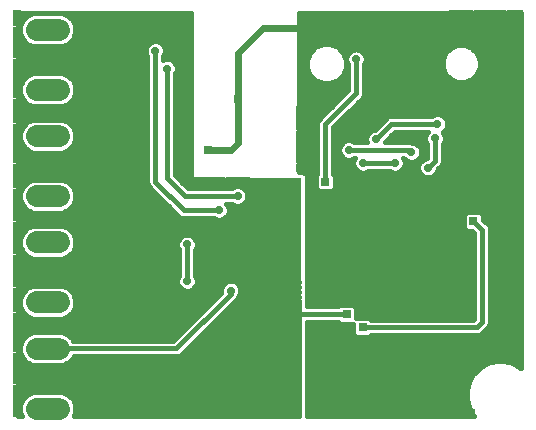
<source format=gbl>
G75*
%MOIN*%
%OFA0B0*%
%FSLAX24Y24*%
%IPPOS*%
%LPD*%
%AMOC8*
5,1,8,0,0,1.08239X$1,22.5*
%
%ADD10C,0.0740*%
%ADD11C,0.0160*%
%ADD12C,0.0280*%
%ADD13C,0.0240*%
%ADD14R,0.0280X0.0280*%
D10*
X001621Y000889D02*
X002361Y000889D01*
X002361Y001889D02*
X001621Y001889D01*
X001621Y002889D02*
X002361Y002889D01*
X002361Y004432D02*
X001621Y004432D01*
X001621Y005432D02*
X002361Y005432D01*
X002361Y006432D02*
X001621Y006432D01*
X001621Y007975D02*
X002361Y007975D01*
X002361Y008975D02*
X001621Y008975D01*
X001621Y009975D02*
X002361Y009975D01*
X002361Y011519D02*
X001621Y011519D01*
X001621Y012519D02*
X002361Y012519D01*
X002361Y013519D02*
X001621Y013519D01*
D11*
X001014Y014070D02*
X001014Y000660D01*
X001120Y000660D01*
X001071Y000779D01*
X001071Y000998D01*
X001155Y001200D01*
X001309Y001355D01*
X001512Y001439D01*
X002470Y001439D01*
X002673Y001355D01*
X002827Y001200D01*
X002911Y000998D01*
X002911Y000779D01*
X002862Y000660D01*
X010372Y000660D01*
X010372Y001173D01*
X010337Y007936D01*
X010337Y008526D01*
X006755Y008526D01*
X006755Y014070D01*
X001014Y014070D01*
X001014Y013970D02*
X001294Y013970D01*
X001309Y013985D02*
X001155Y013830D01*
X001071Y013628D01*
X001071Y013409D01*
X001155Y013207D01*
X001309Y013052D01*
X001512Y012969D01*
X002470Y012969D01*
X002673Y013052D01*
X002827Y013207D01*
X002911Y013409D01*
X002911Y013628D01*
X002827Y013830D01*
X002673Y013985D01*
X002470Y014069D01*
X001512Y014069D01*
X001309Y013985D01*
X001147Y013811D02*
X001014Y013811D01*
X001014Y013653D02*
X001081Y013653D01*
X001071Y013494D02*
X001014Y013494D01*
X001014Y013336D02*
X001102Y013336D01*
X001185Y013177D02*
X001014Y013177D01*
X001014Y013019D02*
X001391Y013019D01*
X001014Y012860D02*
X005254Y012860D01*
X005254Y012881D02*
X005254Y012754D01*
X005302Y012637D01*
X005314Y012625D01*
X005314Y008396D01*
X005353Y008300D01*
X005426Y008227D01*
X006371Y007282D01*
X006467Y007243D01*
X006570Y007243D01*
X007507Y007243D01*
X007518Y007232D01*
X007636Y007183D01*
X007763Y007183D01*
X007881Y007232D01*
X007971Y007322D01*
X008020Y007439D01*
X008020Y007566D01*
X007971Y007684D01*
X007940Y007715D01*
X008137Y007715D01*
X008148Y007704D01*
X008266Y007655D01*
X008393Y007655D01*
X008511Y007704D01*
X008601Y007794D01*
X008650Y007912D01*
X008650Y008039D01*
X008601Y008157D01*
X008511Y008247D01*
X008393Y008295D01*
X008266Y008295D01*
X008148Y008247D01*
X008137Y008235D01*
X006666Y008235D01*
X006227Y008674D01*
X006227Y012035D01*
X006239Y012046D01*
X006287Y012164D01*
X006287Y012291D01*
X006239Y012409D01*
X006149Y012499D01*
X006031Y012547D01*
X005904Y012547D01*
X005834Y012518D01*
X005834Y012625D01*
X005845Y012637D01*
X005894Y012754D01*
X005894Y012881D01*
X005845Y012999D01*
X005755Y013089D01*
X005637Y013138D01*
X005510Y013138D01*
X005392Y013089D01*
X005302Y012999D01*
X005254Y012881D01*
X005322Y013019D02*
X002591Y013019D01*
X002797Y013177D02*
X006755Y013177D01*
X006755Y013019D02*
X005826Y013019D01*
X005894Y012860D02*
X006755Y012860D01*
X006755Y012702D02*
X005872Y012702D01*
X005894Y012543D02*
X005834Y012543D01*
X006041Y012543D02*
X006755Y012543D01*
X006755Y012385D02*
X006249Y012385D01*
X006287Y012226D02*
X006755Y012226D01*
X006755Y012068D02*
X006248Y012068D01*
X006227Y011909D02*
X006755Y011909D01*
X006755Y011751D02*
X006227Y011751D01*
X006227Y011592D02*
X006755Y011592D01*
X006755Y011434D02*
X006227Y011434D01*
X006227Y011275D02*
X006755Y011275D01*
X006755Y011117D02*
X006227Y011117D01*
X006227Y010958D02*
X006755Y010958D01*
X006755Y010800D02*
X006227Y010800D01*
X006227Y010641D02*
X006755Y010641D01*
X006755Y010483D02*
X006227Y010483D01*
X006227Y010324D02*
X006755Y010324D01*
X006755Y010166D02*
X006227Y010166D01*
X006227Y010007D02*
X006755Y010007D01*
X006755Y009849D02*
X006227Y009849D01*
X006227Y009690D02*
X006755Y009690D01*
X006755Y009532D02*
X006227Y009532D01*
X006227Y009373D02*
X006755Y009373D01*
X006755Y009215D02*
X006227Y009215D01*
X006227Y009056D02*
X006755Y009056D01*
X006755Y008898D02*
X006227Y008898D01*
X006227Y008739D02*
X006755Y008739D01*
X006755Y008581D02*
X006320Y008581D01*
X006479Y008422D02*
X010337Y008422D01*
X010337Y008264D02*
X008470Y008264D01*
X008622Y008105D02*
X010337Y008105D01*
X010337Y007947D02*
X008650Y007947D01*
X008595Y007788D02*
X010338Y007788D01*
X010339Y007630D02*
X007994Y007630D01*
X008020Y007471D02*
X010340Y007471D01*
X010341Y007313D02*
X007962Y007313D01*
X007700Y007503D02*
X006519Y007503D01*
X005574Y008448D01*
X005574Y012818D01*
X005275Y012702D02*
X001014Y012702D01*
X001014Y012543D02*
X005314Y012543D01*
X005314Y012385D02*
X001014Y012385D01*
X001014Y012226D02*
X005314Y012226D01*
X005314Y012068D02*
X002473Y012068D01*
X002470Y012069D02*
X001512Y012069D01*
X001309Y011985D01*
X001155Y011830D01*
X001071Y011628D01*
X001071Y011409D01*
X001155Y011207D01*
X001309Y011052D01*
X001512Y010969D01*
X002470Y010969D01*
X002673Y011052D01*
X002827Y011207D01*
X002911Y011409D01*
X002911Y011628D01*
X002827Y011830D01*
X002673Y011985D01*
X002470Y012069D01*
X002748Y011909D02*
X005314Y011909D01*
X005314Y011751D02*
X002860Y011751D01*
X002911Y011592D02*
X005314Y011592D01*
X005314Y011434D02*
X002911Y011434D01*
X002855Y011275D02*
X005314Y011275D01*
X005314Y011117D02*
X002737Y011117D01*
X002470Y010525D02*
X001512Y010525D01*
X001309Y010442D01*
X001155Y010287D01*
X001071Y010085D01*
X001071Y009866D01*
X001155Y009664D01*
X001309Y009509D01*
X001512Y009425D01*
X002470Y009425D01*
X002673Y009509D01*
X002827Y009664D01*
X002911Y009866D01*
X002911Y010085D01*
X002827Y010287D01*
X002673Y010442D01*
X002470Y010525D01*
X002574Y010483D02*
X005314Y010483D01*
X005314Y010641D02*
X001014Y010641D01*
X001014Y010483D02*
X001408Y010483D01*
X001192Y010324D02*
X001014Y010324D01*
X001014Y010166D02*
X001105Y010166D01*
X001071Y010007D02*
X001014Y010007D01*
X001014Y009849D02*
X001078Y009849D01*
X001014Y009690D02*
X001144Y009690D01*
X001014Y009532D02*
X001287Y009532D01*
X001014Y009373D02*
X005314Y009373D01*
X005314Y009215D02*
X001014Y009215D01*
X001014Y009056D02*
X005314Y009056D01*
X005314Y008898D02*
X001014Y008898D01*
X001014Y008739D02*
X005314Y008739D01*
X005314Y008581D02*
X001014Y008581D01*
X001014Y008422D02*
X001290Y008422D01*
X001309Y008442D02*
X001155Y008287D01*
X001071Y008085D01*
X001071Y007866D01*
X001155Y007664D01*
X001309Y007509D01*
X001512Y007425D01*
X002470Y007425D01*
X002673Y007509D01*
X002827Y007664D01*
X002911Y007866D01*
X002911Y008085D01*
X002827Y008287D01*
X002673Y008442D01*
X002470Y008525D01*
X001512Y008525D01*
X001309Y008442D01*
X001145Y008264D02*
X001014Y008264D01*
X001014Y008105D02*
X001079Y008105D01*
X001071Y007947D02*
X001014Y007947D01*
X001014Y007788D02*
X001103Y007788D01*
X001189Y007630D02*
X001014Y007630D01*
X001014Y007471D02*
X001401Y007471D01*
X001014Y007313D02*
X006341Y007313D01*
X006183Y007471D02*
X002581Y007471D01*
X002793Y007630D02*
X006024Y007630D01*
X005866Y007788D02*
X002879Y007788D01*
X002911Y007947D02*
X005707Y007947D01*
X005549Y008105D02*
X002903Y008105D01*
X002837Y008264D02*
X005390Y008264D01*
X005314Y008422D02*
X002692Y008422D01*
X002695Y009532D02*
X005314Y009532D01*
X005314Y009690D02*
X002838Y009690D01*
X002904Y009849D02*
X005314Y009849D01*
X005314Y010007D02*
X002911Y010007D01*
X002878Y010166D02*
X005314Y010166D01*
X005314Y010324D02*
X002790Y010324D01*
X001245Y011117D02*
X001014Y011117D01*
X001014Y011275D02*
X001127Y011275D01*
X001071Y011434D02*
X001014Y011434D01*
X001014Y011592D02*
X001071Y011592D01*
X001122Y011751D02*
X001014Y011751D01*
X001014Y011909D02*
X001234Y011909D01*
X001014Y012068D02*
X001509Y012068D01*
X001014Y010958D02*
X005314Y010958D01*
X005314Y010800D02*
X001014Y010800D01*
X002881Y013336D02*
X006755Y013336D01*
X006755Y013494D02*
X002911Y013494D01*
X002901Y013653D02*
X006755Y013653D01*
X006755Y013811D02*
X002835Y013811D01*
X002688Y013970D02*
X006755Y013970D01*
X005967Y012227D02*
X005967Y008566D01*
X006558Y007975D01*
X008330Y007975D01*
X008189Y008264D02*
X006637Y008264D01*
X006700Y006681D02*
X006573Y006681D01*
X006455Y006632D01*
X006365Y006542D01*
X006317Y006425D01*
X006317Y006297D01*
X006365Y006180D01*
X006377Y006169D01*
X006377Y005333D01*
X006365Y005322D01*
X006317Y005204D01*
X006317Y005077D01*
X006365Y004959D01*
X006455Y004869D01*
X006573Y004821D01*
X006700Y004821D01*
X006818Y004869D01*
X006908Y004959D01*
X006957Y005077D01*
X006957Y005204D01*
X006908Y005322D01*
X006897Y005333D01*
X006897Y006169D01*
X006908Y006180D01*
X006957Y006297D01*
X006957Y006425D01*
X006908Y006542D01*
X006818Y006632D01*
X006700Y006681D01*
X006707Y006679D02*
X010344Y006679D01*
X010343Y006837D02*
X002734Y006837D01*
X002673Y006898D02*
X002470Y006982D01*
X001512Y006982D01*
X001309Y006898D01*
X001155Y006744D01*
X001071Y006541D01*
X001071Y006323D01*
X001155Y006120D01*
X001309Y005966D01*
X001512Y005882D01*
X002470Y005882D01*
X002673Y005966D01*
X002827Y006120D01*
X002911Y006323D01*
X002911Y006541D01*
X002827Y006744D01*
X002673Y006898D01*
X002854Y006679D02*
X006567Y006679D01*
X006356Y006520D02*
X002911Y006520D01*
X002911Y006362D02*
X006317Y006362D01*
X006356Y006203D02*
X002861Y006203D01*
X002751Y006045D02*
X006377Y006045D01*
X006377Y005886D02*
X002480Y005886D01*
X002470Y004982D02*
X001512Y004982D01*
X001309Y004898D01*
X001155Y004744D01*
X001071Y004541D01*
X001071Y004323D01*
X001155Y004120D01*
X001309Y003966D01*
X001512Y003882D01*
X002470Y003882D01*
X002673Y003966D01*
X002827Y004120D01*
X002911Y004323D01*
X002911Y004541D01*
X002827Y004744D01*
X002673Y004898D01*
X002470Y004982D01*
X002584Y004935D02*
X006390Y004935D01*
X006317Y005094D02*
X001014Y005094D01*
X001014Y005252D02*
X006336Y005252D01*
X006377Y005411D02*
X001014Y005411D01*
X001014Y005569D02*
X006377Y005569D01*
X006377Y005728D02*
X001014Y005728D01*
X001014Y005886D02*
X001502Y005886D01*
X001231Y006045D02*
X001014Y006045D01*
X001014Y006203D02*
X001121Y006203D01*
X001071Y006362D02*
X001014Y006362D01*
X001014Y006520D02*
X001071Y006520D01*
X001014Y006679D02*
X001128Y006679D01*
X001014Y006837D02*
X001248Y006837D01*
X001014Y006996D02*
X010342Y006996D01*
X010341Y007154D02*
X001014Y007154D01*
X001014Y004935D02*
X001398Y004935D01*
X001188Y004777D02*
X001014Y004777D01*
X001014Y004618D02*
X001103Y004618D01*
X001071Y004460D02*
X001014Y004460D01*
X001014Y004301D02*
X001080Y004301D01*
X001014Y004143D02*
X001146Y004143D01*
X001014Y003984D02*
X001291Y003984D01*
X001014Y003826D02*
X006844Y003826D01*
X007002Y003984D02*
X002691Y003984D01*
X002836Y004143D02*
X007161Y004143D01*
X007319Y004301D02*
X002902Y004301D01*
X002911Y004460D02*
X007478Y004460D01*
X007636Y004618D02*
X002879Y004618D01*
X002794Y004777D02*
X007773Y004777D01*
X007773Y004762D02*
X007775Y004757D01*
X006175Y003157D01*
X002845Y003157D01*
X002827Y003200D01*
X002673Y003355D01*
X002470Y003439D01*
X001512Y003439D01*
X001309Y003355D01*
X001155Y003200D01*
X001071Y002998D01*
X001071Y002779D01*
X001155Y002577D01*
X001309Y002422D01*
X001512Y002339D01*
X002470Y002339D01*
X002673Y002422D01*
X002827Y002577D01*
X002852Y002637D01*
X006334Y002637D01*
X006430Y002676D01*
X008241Y004487D01*
X008314Y004560D01*
X008337Y004617D01*
X008365Y004644D01*
X008413Y004762D01*
X008413Y004889D01*
X008365Y005007D01*
X008275Y005097D01*
X008157Y005146D01*
X008030Y005146D01*
X007912Y005097D01*
X007822Y005007D01*
X007773Y004889D01*
X007773Y004762D01*
X007792Y004935D02*
X006884Y004935D01*
X006957Y005094D02*
X007909Y005094D01*
X008093Y004826D02*
X008093Y004708D01*
X006282Y002897D01*
X001999Y002897D01*
X001991Y002889D01*
X001305Y003350D02*
X001014Y003350D01*
X001014Y003192D02*
X001151Y003192D01*
X001085Y003033D02*
X001014Y003033D01*
X001014Y002875D02*
X001071Y002875D01*
X001097Y002716D02*
X001014Y002716D01*
X001014Y002558D02*
X001174Y002558D01*
X001014Y002399D02*
X001366Y002399D01*
X001014Y002241D02*
X010366Y002241D01*
X010366Y002399D02*
X002616Y002399D01*
X002808Y002558D02*
X010365Y002558D01*
X010364Y002716D02*
X006470Y002716D01*
X006628Y002875D02*
X010363Y002875D01*
X010362Y003033D02*
X006787Y003033D01*
X006945Y003192D02*
X010362Y003192D01*
X010361Y003350D02*
X007104Y003350D01*
X007262Y003509D02*
X010360Y003509D01*
X010359Y003667D02*
X007421Y003667D01*
X007579Y003826D02*
X010358Y003826D01*
X010358Y003984D02*
X007738Y003984D01*
X007896Y004143D02*
X010357Y004143D01*
X010298Y004038D02*
X011952Y004038D01*
X011677Y003778D02*
X010619Y003778D01*
X010634Y000660D01*
X016201Y000660D01*
X016182Y000680D01*
X016035Y000933D01*
X015960Y001215D01*
X015960Y001507D01*
X016035Y001790D01*
X016182Y002043D01*
X016388Y002249D01*
X016641Y002395D01*
X016924Y002471D01*
X017216Y002471D01*
X017498Y002395D01*
X017751Y002249D01*
X017771Y002230D01*
X017771Y014070D01*
X010377Y014070D01*
X010377Y008786D01*
X010389Y008786D01*
X010434Y008768D01*
X010513Y008768D01*
X010618Y008662D01*
X010618Y004298D01*
X011677Y004298D01*
X011737Y004358D01*
X012166Y004358D01*
X012272Y004253D01*
X012272Y003911D01*
X012277Y003915D01*
X012706Y003915D01*
X012766Y003855D01*
X016178Y003855D01*
X016210Y003887D01*
X016210Y006742D01*
X016135Y006818D01*
X015968Y006818D01*
X015863Y006923D01*
X015863Y007352D01*
X015968Y007457D01*
X016397Y007457D01*
X016503Y007352D01*
X016503Y007185D01*
X016691Y006997D01*
X016730Y006902D01*
X016730Y003728D01*
X016691Y003632D01*
X016433Y003375D01*
X016338Y003335D01*
X012766Y003335D01*
X012706Y003275D01*
X012277Y003275D01*
X012171Y003381D01*
X012171Y003723D01*
X012166Y003718D01*
X011737Y003718D01*
X011677Y003778D01*
X012171Y003667D02*
X010619Y003667D01*
X010620Y003509D02*
X012171Y003509D01*
X012202Y003350D02*
X010621Y003350D01*
X010622Y003192D02*
X017771Y003192D01*
X017771Y003350D02*
X016373Y003350D01*
X016567Y003509D02*
X017771Y003509D01*
X017771Y003667D02*
X016705Y003667D01*
X016730Y003826D02*
X017771Y003826D01*
X017771Y003984D02*
X016730Y003984D01*
X016730Y004143D02*
X017771Y004143D01*
X017771Y004301D02*
X016730Y004301D01*
X016730Y004460D02*
X017771Y004460D01*
X017771Y004618D02*
X016730Y004618D01*
X016730Y004777D02*
X017771Y004777D01*
X017771Y004935D02*
X016730Y004935D01*
X016730Y005094D02*
X017771Y005094D01*
X017771Y005252D02*
X016730Y005252D01*
X016730Y005411D02*
X017771Y005411D01*
X017771Y005569D02*
X016730Y005569D01*
X016730Y005728D02*
X017771Y005728D01*
X017771Y005886D02*
X016730Y005886D01*
X016730Y006045D02*
X017771Y006045D01*
X017771Y006203D02*
X016730Y006203D01*
X016730Y006362D02*
X017771Y006362D01*
X017771Y006520D02*
X016730Y006520D01*
X016730Y006679D02*
X017771Y006679D01*
X017771Y006837D02*
X016730Y006837D01*
X016691Y006996D02*
X017771Y006996D01*
X017771Y007154D02*
X016534Y007154D01*
X016503Y007313D02*
X017771Y007313D01*
X017771Y007471D02*
X010618Y007471D01*
X010618Y007313D02*
X015863Y007313D01*
X015863Y007154D02*
X010618Y007154D01*
X010618Y006996D02*
X015863Y006996D01*
X015949Y006837D02*
X010618Y006837D01*
X010618Y006679D02*
X016210Y006679D01*
X016210Y006520D02*
X010618Y006520D01*
X010618Y006362D02*
X016210Y006362D01*
X016210Y006203D02*
X010618Y006203D01*
X010618Y006045D02*
X016210Y006045D01*
X016210Y005886D02*
X010618Y005886D01*
X010618Y005728D02*
X016210Y005728D01*
X016210Y005569D02*
X010618Y005569D01*
X010618Y005411D02*
X016210Y005411D01*
X016210Y005252D02*
X010618Y005252D01*
X010618Y005094D02*
X016210Y005094D01*
X016210Y004935D02*
X010618Y004935D01*
X010618Y004777D02*
X016210Y004777D01*
X016210Y004618D02*
X010618Y004618D01*
X010618Y004460D02*
X016210Y004460D01*
X016210Y004301D02*
X012223Y004301D01*
X012272Y004143D02*
X016210Y004143D01*
X016210Y003984D02*
X012272Y003984D01*
X012491Y003595D02*
X016286Y003595D01*
X016470Y003779D01*
X016470Y006850D01*
X016183Y007138D01*
X017771Y007630D02*
X010618Y007630D01*
X010618Y007788D02*
X017771Y007788D01*
X017771Y007947D02*
X010618Y007947D01*
X010618Y008105D02*
X017771Y008105D01*
X017771Y008264D02*
X011563Y008264D01*
X011563Y008233D02*
X011458Y008128D01*
X011028Y008128D01*
X010923Y008233D01*
X010923Y008662D01*
X010983Y008722D01*
X010983Y010429D01*
X011023Y010524D01*
X011096Y010597D01*
X012007Y011508D01*
X012007Y012350D01*
X011995Y012361D01*
X011947Y012479D01*
X011947Y012606D01*
X011995Y012723D01*
X012085Y012813D01*
X012203Y012862D01*
X012330Y012862D01*
X012448Y012813D01*
X012538Y012723D01*
X012587Y012606D01*
X012587Y012479D01*
X012538Y012361D01*
X012527Y012350D01*
X012527Y011349D01*
X012487Y011253D01*
X011503Y010269D01*
X011503Y008722D01*
X011563Y008662D01*
X011563Y008233D01*
X011563Y008422D02*
X017771Y008422D01*
X017771Y008581D02*
X011563Y008581D01*
X011503Y008739D02*
X014397Y008739D01*
X014487Y008649D01*
X014605Y008600D01*
X014732Y008600D01*
X014849Y008649D01*
X014939Y008739D01*
X014988Y008857D01*
X014988Y008872D01*
X015125Y009009D01*
X015164Y009105D01*
X015164Y009712D01*
X015176Y009723D01*
X015224Y009841D01*
X015224Y009968D01*
X015176Y010086D01*
X015158Y010103D01*
X015164Y010106D01*
X015254Y010196D01*
X015303Y010313D01*
X015303Y010441D01*
X015254Y010558D01*
X015164Y010648D01*
X015047Y010697D01*
X014919Y010697D01*
X014802Y010648D01*
X014791Y010637D01*
X013396Y010637D01*
X013300Y010597D01*
X013227Y010524D01*
X012888Y010185D01*
X012872Y010185D01*
X012755Y010136D01*
X012665Y010046D01*
X012616Y009929D01*
X012616Y009801D01*
X012629Y009771D01*
X012223Y009771D01*
X012212Y009782D01*
X012094Y009831D01*
X011967Y009831D01*
X011849Y009782D01*
X011759Y009692D01*
X011710Y009574D01*
X011710Y009447D01*
X011759Y009329D01*
X011849Y009239D01*
X011967Y009191D01*
X012094Y009191D01*
X012212Y009239D01*
X012223Y009251D01*
X012228Y009251D01*
X012183Y009141D01*
X012183Y009014D01*
X012232Y008896D01*
X012322Y008806D01*
X012439Y008758D01*
X012566Y008758D01*
X012684Y008806D01*
X012695Y008818D01*
X013373Y008818D01*
X013385Y008806D01*
X013502Y008758D01*
X013629Y008758D01*
X013747Y008806D01*
X013837Y008896D01*
X013886Y009014D01*
X013886Y009141D01*
X013841Y009251D01*
X013846Y009251D01*
X013846Y009251D01*
X013936Y009161D01*
X014053Y009112D01*
X014181Y009112D01*
X014298Y009161D01*
X014388Y009251D01*
X014437Y009368D01*
X014437Y009496D01*
X014388Y009613D01*
X014298Y009703D01*
X014181Y009752D01*
X014135Y009752D01*
X014090Y009771D01*
X013243Y009771D01*
X013256Y009801D01*
X013256Y009817D01*
X013555Y010117D01*
X014664Y010117D01*
X014633Y010086D01*
X014584Y009968D01*
X014584Y009841D01*
X014633Y009723D01*
X014644Y009712D01*
X014644Y009264D01*
X014620Y009240D01*
X014605Y009240D01*
X014487Y009191D01*
X014397Y009101D01*
X014348Y008984D01*
X014348Y008857D01*
X014397Y008739D01*
X014348Y008898D02*
X013838Y008898D01*
X013886Y009056D02*
X014378Y009056D01*
X014352Y009215D02*
X014543Y009215D01*
X014644Y009373D02*
X014437Y009373D01*
X014422Y009532D02*
X014644Y009532D01*
X014644Y009690D02*
X014312Y009690D01*
X014117Y009432D02*
X014038Y009511D01*
X012030Y009511D01*
X011909Y009215D02*
X011503Y009215D01*
X011503Y009373D02*
X011741Y009373D01*
X011710Y009532D02*
X011503Y009532D01*
X011503Y009690D02*
X011758Y009690D01*
X011503Y009849D02*
X012616Y009849D01*
X012648Y010007D02*
X011503Y010007D01*
X011503Y010166D02*
X012825Y010166D01*
X013027Y010324D02*
X011558Y010324D01*
X011716Y010483D02*
X013186Y010483D01*
X013448Y010377D02*
X014983Y010377D01*
X015286Y010483D02*
X017771Y010483D01*
X017771Y010641D02*
X015172Y010641D01*
X015303Y010324D02*
X017771Y010324D01*
X017771Y010166D02*
X015224Y010166D01*
X015208Y010007D02*
X017771Y010007D01*
X017771Y009849D02*
X015224Y009849D01*
X015164Y009690D02*
X017771Y009690D01*
X017771Y009532D02*
X015164Y009532D01*
X015164Y009373D02*
X017771Y009373D01*
X017771Y009215D02*
X015164Y009215D01*
X015144Y009056D02*
X017771Y009056D01*
X017771Y008898D02*
X015013Y008898D01*
X014940Y008739D02*
X017771Y008739D01*
X017771Y010800D02*
X012033Y010800D01*
X012192Y010958D02*
X017771Y010958D01*
X017771Y011117D02*
X012350Y011117D01*
X012496Y011275D02*
X017771Y011275D01*
X017771Y011434D02*
X012527Y011434D01*
X012527Y011592D02*
X017771Y011592D01*
X017771Y011751D02*
X012527Y011751D01*
X012527Y011909D02*
X015373Y011909D01*
X015421Y011861D02*
X015648Y011767D01*
X015893Y011767D01*
X016121Y011861D01*
X016294Y012035D01*
X016388Y012262D01*
X016388Y012508D01*
X016294Y012735D01*
X016121Y012908D01*
X015893Y013003D01*
X015648Y013003D01*
X015421Y012908D01*
X015247Y012735D01*
X015153Y012508D01*
X015153Y012262D01*
X015247Y012035D01*
X015421Y011861D01*
X015233Y012068D02*
X012527Y012068D01*
X012527Y012226D02*
X015168Y012226D01*
X015153Y012385D02*
X012548Y012385D01*
X012587Y012543D02*
X015167Y012543D01*
X015233Y012702D02*
X012547Y012702D01*
X012336Y012860D02*
X015372Y012860D01*
X016169Y012860D02*
X017771Y012860D01*
X017771Y012702D02*
X016308Y012702D01*
X016374Y012543D02*
X017771Y012543D01*
X017771Y012385D02*
X016388Y012385D01*
X016374Y012226D02*
X017771Y012226D01*
X017771Y012068D02*
X016308Y012068D01*
X016169Y011909D02*
X017771Y011909D01*
X017771Y013019D02*
X011469Y013019D01*
X011413Y013042D02*
X011655Y012942D01*
X011839Y012757D01*
X011940Y012515D01*
X011940Y012254D01*
X011839Y012012D01*
X011655Y011828D01*
X011413Y011728D01*
X011152Y011728D01*
X010910Y011828D01*
X010725Y012012D01*
X010625Y012254D01*
X010625Y012515D01*
X010725Y012757D01*
X010910Y012942D01*
X011152Y013042D01*
X011413Y013042D01*
X011095Y013019D02*
X010377Y013019D01*
X010377Y013177D02*
X017771Y013177D01*
X017771Y013336D02*
X010377Y013336D01*
X010377Y013494D02*
X017771Y013494D01*
X017771Y013653D02*
X010377Y013653D01*
X010416Y013566D02*
X011243Y013566D01*
X010828Y012860D02*
X010377Y012860D01*
X010377Y012702D02*
X010702Y012702D01*
X010637Y012543D02*
X010377Y012543D01*
X010377Y012385D02*
X010625Y012385D01*
X010637Y012226D02*
X010377Y012226D01*
X010377Y012068D02*
X010702Y012068D01*
X010829Y011909D02*
X010377Y011909D01*
X010377Y011751D02*
X011096Y011751D01*
X011469Y011751D02*
X012007Y011751D01*
X012007Y011909D02*
X011736Y011909D01*
X011862Y012068D02*
X012007Y012068D01*
X012007Y012226D02*
X011928Y012226D01*
X011940Y012385D02*
X011986Y012385D01*
X011947Y012543D02*
X011928Y012543D01*
X011986Y012702D02*
X011862Y012702D01*
X011736Y012860D02*
X012198Y012860D01*
X012267Y012542D02*
X012267Y011400D01*
X011243Y010377D01*
X011243Y008448D01*
X010923Y008422D02*
X010618Y008422D01*
X010618Y008264D02*
X010923Y008264D01*
X010923Y008581D02*
X010618Y008581D01*
X010541Y008739D02*
X010983Y008739D01*
X010983Y008898D02*
X010377Y008898D01*
X010377Y009056D02*
X010983Y009056D01*
X010983Y009215D02*
X010377Y009215D01*
X010377Y009373D02*
X010983Y009373D01*
X010983Y009532D02*
X010377Y009532D01*
X010377Y009690D02*
X010983Y009690D01*
X010983Y009849D02*
X010377Y009849D01*
X010377Y010007D02*
X010983Y010007D01*
X010983Y010166D02*
X010377Y010166D01*
X010377Y010324D02*
X010983Y010324D01*
X011005Y010483D02*
X010377Y010483D01*
X010377Y010641D02*
X011139Y010641D01*
X011298Y010800D02*
X010377Y010800D01*
X010377Y010958D02*
X011456Y010958D01*
X011615Y011117D02*
X010377Y011117D01*
X010377Y011275D02*
X011773Y011275D01*
X011932Y011434D02*
X010377Y011434D01*
X010377Y011592D02*
X012007Y011592D01*
X011875Y010641D02*
X014795Y010641D01*
X014601Y010007D02*
X013446Y010007D01*
X013287Y009849D02*
X014584Y009849D01*
X014904Y009904D02*
X014904Y009156D01*
X014668Y008920D01*
X013882Y009215D02*
X013855Y009215D01*
X013566Y009078D02*
X012503Y009078D01*
X012213Y009215D02*
X012152Y009215D01*
X012183Y009056D02*
X011503Y009056D01*
X011503Y008898D02*
X012231Y008898D01*
X012936Y009865D02*
X013448Y010377D01*
X010377Y013811D02*
X017771Y013811D01*
X017771Y013970D02*
X010377Y013970D01*
X010345Y006520D02*
X006917Y006520D01*
X006957Y006362D02*
X010345Y006362D01*
X010346Y006203D02*
X006918Y006203D01*
X006897Y006045D02*
X010347Y006045D01*
X010348Y005886D02*
X006897Y005886D01*
X006897Y005728D02*
X010349Y005728D01*
X010349Y005569D02*
X006897Y005569D01*
X006897Y005411D02*
X010350Y005411D01*
X010351Y005252D02*
X006937Y005252D01*
X006637Y005141D02*
X006637Y006361D01*
X008278Y005094D02*
X010352Y005094D01*
X010353Y004935D02*
X008394Y004935D01*
X008413Y004777D02*
X010354Y004777D01*
X010354Y004618D02*
X008338Y004618D01*
X008213Y004460D02*
X010355Y004460D01*
X010356Y004301D02*
X008055Y004301D01*
X006685Y003667D02*
X001014Y003667D01*
X001014Y003509D02*
X006527Y003509D01*
X006368Y003350D02*
X002677Y003350D01*
X002831Y003192D02*
X006210Y003192D01*
X002856Y001131D02*
X010372Y001131D01*
X010372Y000973D02*
X002911Y000973D01*
X002911Y000814D02*
X010372Y000814D01*
X010634Y000814D02*
X016104Y000814D01*
X016025Y000973D02*
X010633Y000973D01*
X010632Y001131D02*
X015982Y001131D01*
X015960Y001290D02*
X010631Y001290D01*
X010630Y001448D02*
X015960Y001448D01*
X015986Y001607D02*
X010630Y001607D01*
X010629Y001765D02*
X016029Y001765D01*
X016113Y001924D02*
X010628Y001924D01*
X010627Y002082D02*
X016221Y002082D01*
X016379Y002241D02*
X010626Y002241D01*
X010626Y002399D02*
X016655Y002399D01*
X017485Y002399D02*
X017771Y002399D01*
X017760Y002241D02*
X017771Y002241D01*
X017771Y002558D02*
X010625Y002558D01*
X010624Y002716D02*
X017771Y002716D01*
X017771Y002875D02*
X010623Y002875D01*
X010622Y003033D02*
X017771Y003033D01*
X011680Y004301D02*
X010618Y004301D01*
X010367Y002082D02*
X001014Y002082D01*
X001014Y001924D02*
X010368Y001924D01*
X010369Y001765D02*
X001014Y001765D01*
X001014Y001607D02*
X010370Y001607D01*
X010370Y001448D02*
X001014Y001448D01*
X001014Y001290D02*
X001244Y001290D01*
X001126Y001131D02*
X001014Y001131D01*
X001014Y000973D02*
X001071Y000973D01*
X001071Y000814D02*
X001014Y000814D01*
X002738Y001290D02*
X010371Y001290D01*
D12*
X008093Y004826D03*
X006637Y005141D03*
X006637Y006361D03*
X007700Y007503D03*
X008330Y007975D03*
X012030Y009511D03*
X012503Y009078D03*
X012936Y009865D03*
X013566Y009078D03*
X014117Y009432D03*
X014668Y008920D03*
X014904Y009904D03*
X014983Y010377D03*
X014038Y012385D03*
X013526Y012385D03*
X013015Y012385D03*
X012267Y012542D03*
X011243Y013566D03*
X005967Y012227D03*
X005574Y012818D03*
D13*
X008330Y012739D02*
X008330Y011204D01*
X008330Y009747D01*
X008093Y009511D01*
X007345Y009511D01*
X008330Y012739D02*
X009156Y013566D01*
X010416Y013566D01*
D14*
X010603Y013141D03*
X008330Y011204D03*
X006676Y011243D03*
X006676Y011519D03*
X006676Y011794D03*
X006676Y012070D03*
X006676Y012345D03*
X006676Y012621D03*
X006676Y012897D03*
X006676Y013172D03*
X006676Y013448D03*
X006676Y013723D03*
X006676Y013999D03*
X006400Y013999D03*
X006125Y013999D03*
X005849Y013999D03*
X005574Y013999D03*
X005298Y013999D03*
X005023Y013999D03*
X004747Y013999D03*
X004471Y013999D03*
X004196Y013999D03*
X003920Y013999D03*
X003645Y013999D03*
X003369Y013999D03*
X003093Y013999D03*
X000967Y014038D03*
X000967Y013763D03*
X000967Y013487D03*
X000967Y013251D03*
X000967Y012975D03*
X000967Y012700D03*
X000967Y012424D03*
X000967Y012149D03*
X000967Y011873D03*
X000967Y011597D03*
X000967Y011361D03*
X000967Y011086D03*
X000967Y010810D03*
X000967Y010534D03*
X000967Y010259D03*
X000967Y009983D03*
X000967Y009708D03*
X000967Y009432D03*
X000967Y009196D03*
X000967Y008920D03*
X000967Y008645D03*
X000967Y008369D03*
X000967Y008093D03*
X000967Y007818D03*
X000967Y007542D03*
X000967Y007267D03*
X000967Y006991D03*
X000967Y006715D03*
X000967Y006440D03*
X000967Y006164D03*
X000967Y005889D03*
X000967Y005613D03*
X000967Y005337D03*
X000967Y005062D03*
X000967Y004786D03*
X000967Y004511D03*
X000967Y004235D03*
X000967Y003960D03*
X000967Y003684D03*
X000967Y003448D03*
X000967Y003172D03*
X000967Y002897D03*
X000967Y002621D03*
X000967Y002385D03*
X000967Y002109D03*
X000967Y001834D03*
X000967Y001558D03*
X000967Y001282D03*
X000967Y001007D03*
X000967Y000731D03*
X003881Y000731D03*
X004156Y000731D03*
X004432Y000731D03*
X004708Y000731D03*
X004983Y000731D03*
X005259Y000731D03*
X005534Y000731D03*
X005810Y000731D03*
X006086Y000731D03*
X006361Y000731D03*
X006637Y000731D03*
X006912Y000731D03*
X007188Y000731D03*
X007463Y000731D03*
X007739Y000731D03*
X008015Y000731D03*
X008290Y000731D03*
X008566Y000731D03*
X008841Y000731D03*
X009117Y000731D03*
X009353Y000731D03*
X009589Y000731D03*
X009826Y000731D03*
X010062Y000731D03*
X010298Y000731D03*
X010298Y001007D03*
X010298Y001282D03*
X010692Y001282D03*
X010692Y001007D03*
X010692Y000731D03*
X010967Y000731D03*
X011204Y000731D03*
X011479Y000731D03*
X011755Y000731D03*
X011991Y000731D03*
X012267Y000731D03*
X012503Y000731D03*
X012778Y000731D03*
X013054Y000731D03*
X013330Y000731D03*
X013605Y000731D03*
X013881Y000731D03*
X014156Y000731D03*
X014432Y000731D03*
X014708Y000731D03*
X014983Y000731D03*
X015259Y000731D03*
X015534Y000731D03*
X015810Y000731D03*
X016086Y000731D03*
X017700Y002463D03*
X017700Y002739D03*
X017700Y003015D03*
X017700Y003290D03*
X017700Y003566D03*
X017700Y003841D03*
X017700Y004117D03*
X017700Y004393D03*
X017700Y004668D03*
X017700Y004944D03*
X017700Y005219D03*
X017700Y005495D03*
X017700Y005771D03*
X017700Y006046D03*
X017700Y006322D03*
X017700Y006597D03*
X017700Y006873D03*
X017700Y007149D03*
X017700Y007424D03*
X017700Y007700D03*
X017700Y007975D03*
X017700Y008251D03*
X017700Y008526D03*
X017700Y008802D03*
X017700Y009078D03*
X017700Y009353D03*
X017700Y009629D03*
X017700Y009904D03*
X017700Y010180D03*
X017700Y010456D03*
X017700Y010731D03*
X017700Y011007D03*
X017700Y011282D03*
X017700Y011558D03*
X017700Y011834D03*
X017700Y012109D03*
X017700Y012385D03*
X017700Y012660D03*
X017700Y012936D03*
X017700Y013211D03*
X017700Y013487D03*
X017700Y013763D03*
X017700Y014038D03*
X017424Y014038D03*
X017149Y014038D03*
X016873Y014038D03*
X016597Y014038D03*
X016322Y014038D03*
X016046Y014038D03*
X015771Y014038D03*
X015495Y014038D03*
X011637Y010023D03*
X011637Y009038D03*
X011243Y008448D03*
X010416Y008920D03*
X010416Y009196D03*
X010416Y009471D03*
X010416Y009747D03*
X010416Y010023D03*
X010416Y010298D03*
X010416Y010574D03*
X010416Y010849D03*
X008605Y008487D03*
X008330Y008487D03*
X008054Y008487D03*
X007778Y008487D03*
X007503Y008487D03*
X007227Y008487D03*
X006952Y008487D03*
X006676Y008487D03*
X006676Y008763D03*
X006676Y009038D03*
X006676Y009314D03*
X006676Y009589D03*
X006676Y009865D03*
X006676Y010141D03*
X006676Y010416D03*
X006676Y010692D03*
X006676Y010967D03*
X007345Y009511D03*
X004826Y010731D03*
X005416Y006952D03*
X003290Y003369D03*
X007700Y003054D03*
X010298Y003093D03*
X010298Y002818D03*
X010298Y002542D03*
X010298Y002267D03*
X010692Y002267D03*
X010692Y002542D03*
X010692Y002818D03*
X010692Y003093D03*
X010692Y003369D03*
X010692Y003645D03*
X010298Y003645D03*
X010298Y003369D03*
X010298Y004038D03*
X010298Y004393D03*
X010298Y004668D03*
X010298Y004944D03*
X010298Y005219D03*
X010298Y005495D03*
X010298Y005771D03*
X010298Y006046D03*
X010298Y006322D03*
X010298Y006597D03*
X010298Y006873D03*
X010298Y007149D03*
X010298Y007424D03*
X010298Y007700D03*
X010298Y007936D03*
X010298Y008211D03*
X010298Y008448D03*
X010692Y007424D03*
X010692Y007149D03*
X010692Y006873D03*
X010692Y006597D03*
X010692Y006322D03*
X010692Y006046D03*
X010692Y005771D03*
X010692Y005495D03*
X010692Y005219D03*
X010692Y004944D03*
X010692Y004668D03*
X010692Y004393D03*
X011952Y004038D03*
X012491Y003595D03*
X014320Y005121D03*
X015180Y004481D03*
X016183Y007138D03*
X015456Y009629D03*
X013645Y009904D03*
M02*

</source>
